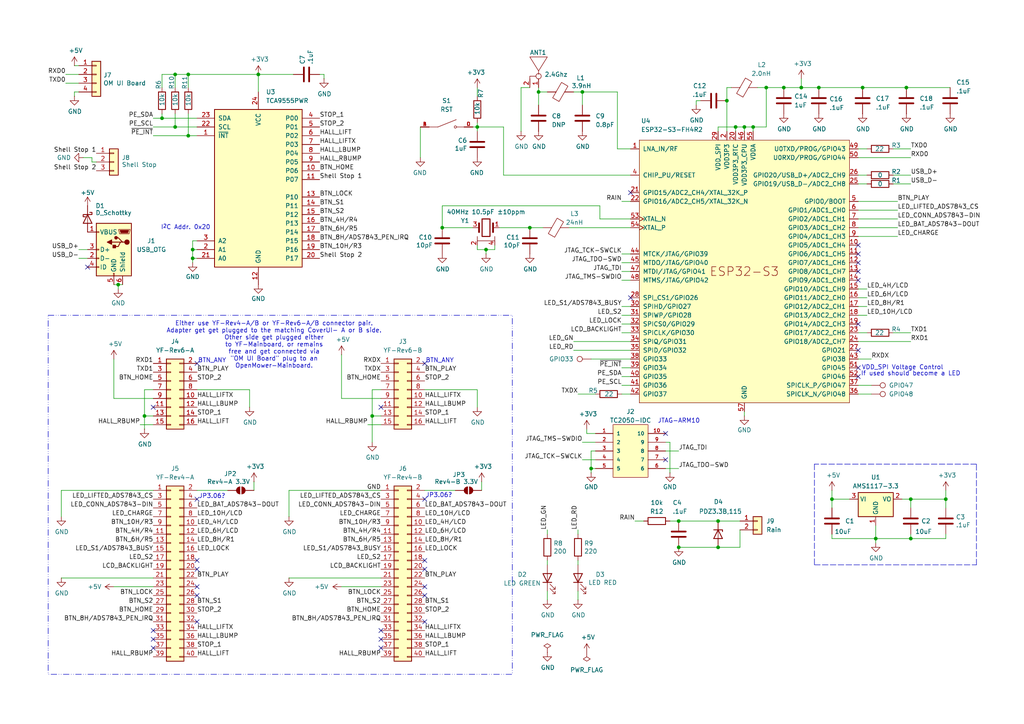
<source format=kicad_sch>
(kicad_sch (version 20231120) (generator "eeschema") (generator_version "8.0")
  (paper "A4")
  (title_block (title "YardForce Rev4-6 CoverUI-Adapter") (date "2024-11-11") (rev "0.1") (comment 1 "(C) Apehaenger 2024 <joerg@ebeling.ws>") (comment 2 "For https://openmower.de & Patrickzzz"))
  (junction (at 262.89 25.4))
  (junction (at 237.49 25.4))
  (junction (at 254 156.21))
  (junction (at 274.32 144.78))
  (junction (at 218.44 36.83))
  (junction (at 54.61 39.37))
  (junction (at 208.28 158.75))
  (junction (at 55.88 72.39))
  (junction (at 46.99 34.29))
  (junction (at 74.93 21.59))
  (junction (at 55.88 74.93))
  (junction (at 50.8 21.59))
  (junction (at 54.61 21.59))
  (junction (at 232.41 25.4))
  (junction (at 241.3 144.78))
  (junction (at 156.21 26.67))
  (junction (at 264.16 156.21))
  (junction (at 168.91 26.67))
  (junction (at 213.36 36.83))
  (junction (at 50.8 36.83))
  (junction (at 34.29 82.55))
  (junction (at 264.16 144.78))
  (junction (at 215.9 36.83))
  (junction (at 250.19 25.4))
  (junction (at 138.43 36.83))
  (junction (at 227.33 25.4))
  (junction (at 196.85 151.13))
  (junction (at 210.82 29.21))
  (junction (at 171.45 135.89))
  (junction (at 41.91 120.65))
  (junction (at 196.85 158.75))
  (junction (at 153.67 66.04))
  (junction (at 140.97 72.39))
  (junction (at 107.95 120.65))
  (junction (at 128.27 66.04))
  (junction (at 222.25 25.4))
  (junction (at 208.28 151.13))
  (no_connect (at 57.15 144.78))
  (no_connect (at 248.92 101.6))
  (no_connect (at 248.92 76.2))
  (no_connect (at 248.92 71.12))
  (no_connect (at 57.15 180.34))
  (no_connect (at 123.19 162.56))
  (no_connect (at 182.88 55.88))
  (no_connect (at 57.15 162.56))
  (no_connect (at 123.19 105.41))
  (no_connect (at 182.88 86.36))
  (no_connect (at 44.45 118.11))
  (no_connect (at 57.15 165.1))
  (no_connect (at 123.19 172.72))
  (no_connect (at 110.49 187.96))
  (no_connect (at 110.49 182.88))
  (no_connect (at 123.19 180.34))
  (no_connect (at 248.92 109.22))
  (no_connect (at 248.92 106.68))
  (no_connect (at 248.92 93.98))
  (no_connect (at 57.15 105.41))
  (no_connect (at 44.45 182.88))
  (no_connect (at 57.15 170.18))
  (no_connect (at 25.4 77.47))
  (no_connect (at 123.19 165.1))
  (no_connect (at 248.92 78.74))
  (no_connect (at 57.15 172.72))
  (no_connect (at 110.49 118.11))
  (no_connect (at 44.45 187.96))
  (no_connect (at 123.19 144.78))
  (no_connect (at 248.92 73.66))
  (no_connect (at 123.19 170.18))
  (no_connect (at 248.92 81.28))
  (no_connect (at 44.45 185.42))
  (no_connect (at 193.04 133.35))
  (no_connect (at 110.49 185.42))
  (no_connect (at 193.04 125.73))
  (wire (pts (xy 44.45 36.83) (xy 50.8 36.83)))
  (wire (pts (xy 144.78 66.04) (xy 153.67 66.04)))
  (wire (pts (xy 54.61 21.59) (xy 74.93 21.59)))
  (wire (pts (xy 248.92 53.34) (xy 251.46 53.34)))
  (wire (pts (xy 171.45 135.89) (xy 172.72 135.89)))
  (wire (pts (xy 254 156.21) (xy 264.16 156.21)))
  (wire (pts (xy 17.78 142.24) (xy 17.78 149.86)))
  (wire (pts (xy 57.15 142.24) (xy 66.04 142.24)))
  (wire (pts (xy 264.16 144.78) (xy 274.32 144.78)))
  (wire (pts (xy 215.9 36.83) (xy 215.9 38.1)))
  (wire (pts (xy 110.49 170.18) (xy 99.06 170.18)))
  (wire (pts (xy 180.34 91.44) (xy 182.88 91.44)))
  (wire (pts (xy 167.64 163.83) (xy 167.64 162.56)))
  (wire (pts (xy 252.73 104.14) (xy 248.92 104.14)))
  (wire (pts (xy 274.32 144.78) (xy 274.32 147.32)))
  (wire (pts (xy 151.13 25.4) (xy 153.67 25.4)))
  (wire (pts (xy 214.63 153.67) (xy 214.63 158.75)))
  (wire (pts (xy 106.68 123.19) (xy 110.49 123.19)))
  (wire (pts (xy 196.85 135.89) (xy 193.04 135.89)))
  (wire (pts (xy 251.46 88.9) (xy 248.92 88.9)))
  (wire (pts (xy 128.27 59.69) (xy 128.27 66.04)))
  (wire (pts (xy 248.92 43.18) (xy 251.46 43.18)))
  (wire (pts (xy 140.97 72.39) (xy 140.97 73.66)))
  (wire (pts (xy 138.43 72.39) (xy 140.97 72.39)))
  (wire (pts (xy 173.99 59.69) (xy 173.99 63.5)))
  (wire (pts (xy 22.86 26.67) (xy 21.59 26.67)))
  (wire (pts (xy 259.08 43.18) (xy 264.16 43.18)))
  (wire (pts (xy 179.07 26.67) (xy 179.07 43.18)))
  (wire (pts (xy 248.92 99.06) (xy 264.16 99.06)))
  (wire (pts (xy 171.45 104.14) (xy 182.88 104.14)))
  (wire (pts (xy 153.67 66.04) (xy 157.48 66.04)))
  (wire (pts (xy 55.88 74.93) (xy 55.88 76.2)))
  (wire (pts (xy 180.34 81.28) (xy 182.88 81.28)))
  (wire (pts (xy 248.92 45.72) (xy 264.16 45.72)))
  (wire (pts (xy 171.45 130.81) (xy 171.45 135.89)))
  (wire (pts (xy 264.16 156.21) (xy 264.16 154.94)))
  (polyline (pts (xy 236.22 163.83) (xy 283.21 163.83)) (stroke (width 0) (type dash)))
  (wire (pts (xy 254 152.4) (xy 254 156.21)))
  (wire (pts (xy 180.34 58.42) (xy 182.88 58.42)))
  (wire (pts (xy 165.1 66.04) (xy 182.88 66.04)))
  (wire (pts (xy 151.13 38.1) (xy 151.13 25.4)))
  (wire (pts (xy 232.41 25.4) (xy 237.49 25.4)))
  (wire (pts (xy 138.43 36.83) (xy 138.43 38.1)))
  (wire (pts (xy 184.15 151.13) (xy 186.69 151.13)))
  (wire (pts (xy 167.64 171.45) (xy 167.64 173.99)))
  (wire (pts (xy 41.91 120.65) (xy 44.45 120.65)))
  (wire (pts (xy 21.59 19.05) (xy 22.86 19.05)))
  (wire (pts (xy 24.13 45.72) (xy 26.67 45.72)))
  (wire (pts (xy 156.21 26.67) (xy 156.21 30.48)))
  (wire (pts (xy 146.05 36.83) (xy 146.05 50.8)))
  (wire (pts (xy 83.82 142.24) (xy 83.82 149.86)))
  (wire (pts (xy 123.19 113.03) (xy 138.43 113.03)))
  (wire (pts (xy 260.35 58.42) (xy 248.92 58.42)))
  (wire (pts (xy 241.3 144.78) (xy 241.3 147.32)))
  (wire (pts (xy 168.91 26.67) (xy 168.91 30.48)))
  (wire (pts (xy 138.43 71.12) (xy 138.43 72.39)))
  (wire (pts (xy 274.32 154.94) (xy 274.32 156.21)))
  (wire (pts (xy 170.18 124.46) (xy 170.18 125.73)))
  (wire (pts (xy 74.93 21.59) (xy 74.93 26.67)))
  (wire (pts (xy 55.88 69.85) (xy 55.88 72.39)))
  (wire (pts (xy 166.37 26.67) (xy 168.91 26.67)))
  (wire (pts (xy 26.67 46.99) (xy 27.94 46.99)))
  (wire (pts (xy 194.31 151.13) (xy 196.85 151.13)))
  (wire (pts (xy 210.82 25.4) (xy 210.82 29.21)))
  (wire (pts (xy 17.78 167.64) (xy 44.45 167.64)))
  (wire (pts (xy 260.35 68.58) (xy 248.92 68.58)))
  (wire (pts (xy 46.99 25.4) (xy 46.99 21.59)))
  (wire (pts (xy 34.29 82.55) (xy 35.56 82.55)))
  (wire (pts (xy 262.89 25.4) (xy 275.59 25.4)))
  (wire (pts (xy 19.05 24.13) (xy 22.86 24.13)))
  (wire (pts (xy 201.93 29.21) (xy 203.2 29.21)))
  (wire (pts (xy 138.43 113.03) (xy 138.43 118.11)))
  (wire (pts (xy 57.15 69.85) (xy 55.88 69.85)))
  (wire (pts (xy 41.91 113.03) (xy 41.91 120.65)))
  (wire (pts (xy 54.61 33.02) (xy 54.61 39.37)))
  (wire (pts (xy 214.63 158.75) (xy 208.28 158.75)))
  (wire (pts (xy 222.25 25.4) (xy 222.25 36.83)))
  (wire (pts (xy 26.67 45.72) (xy 26.67 46.99)))
  (wire (pts (xy 215.9 120.65) (xy 215.9 119.38)))
  (wire (pts (xy 259.08 96.52) (xy 264.16 96.52)))
  (wire (pts (xy 54.61 21.59) (xy 54.61 25.4)))
  (wire (pts (xy 274.32 142.24) (xy 274.32 144.78)))
  (wire (pts (xy 251.46 83.82) (xy 248.92 83.82)))
  (wire (pts (xy 248.92 50.8) (xy 251.46 50.8)))
  (wire (pts (xy 54.61 39.37) (xy 57.15 39.37)))
  (wire (pts (xy 40.64 123.19) (xy 44.45 123.19)))
  (wire (pts (xy 138.43 35.56) (xy 138.43 36.83)))
  (wire (pts (xy 146.05 50.8) (xy 182.88 50.8)))
  (wire (pts (xy 50.8 33.02) (xy 50.8 36.83)))
  (wire (pts (xy 219.71 25.4) (xy 222.25 25.4)))
  (wire (pts (xy 170.18 125.73) (xy 172.72 125.73)))
  (wire (pts (xy 222.25 25.4) (xy 227.33 25.4)))
  (wire (pts (xy 241.3 144.78) (xy 246.38 144.78)))
  (wire (pts (xy 110.49 113.03) (xy 107.95 113.03)))
  (polyline (pts (xy 283.21 134.62) (xy 236.22 134.62)) (stroke (width 0) (type dash)))
  (wire (pts (xy 139.7 139.7) (xy 139.7 142.24)))
  (polyline (pts (xy 236.22 134.62) (xy 236.22 163.83)) (stroke (width 0) (type dash)))
  (wire (pts (xy 218.44 38.1) (xy 218.44 36.83)))
  (wire (pts (xy 166.37 101.6) (xy 182.88 101.6)))
  (wire (pts (xy 44.45 39.37) (xy 54.61 39.37)))
  (wire (pts (xy 44.45 142.24) (xy 17.78 142.24)))
  (wire (pts (xy 140.97 72.39) (xy 143.51 72.39)))
  (wire (pts (xy 180.34 73.66) (xy 182.88 73.66)))
  (wire (pts (xy 180.34 96.52) (xy 182.88 96.52)))
  (wire (pts (xy 57.15 113.03) (xy 72.39 113.03)))
  (wire (pts (xy 55.88 74.93) (xy 57.15 74.93)))
  (wire (pts (xy 168.91 26.67) (xy 179.07 26.67)))
  (wire (pts (xy 99.06 102.87) (xy 99.06 115.57)))
  (wire (pts (xy 241.3 142.24) (xy 241.3 144.78)))
  (wire (pts (xy 50.8 21.59) (xy 50.8 25.4)))
  (wire (pts (xy 158.75 154.94) (xy 158.75 153.67)))
  (wire (pts (xy 19.05 21.59) (xy 22.86 21.59)))
  (wire (pts (xy 172.72 114.3) (xy 167.64 114.3)))
  (wire (pts (xy 208.28 36.83) (xy 213.36 36.83)))
  (wire (pts (xy 158.75 171.45) (xy 158.75 173.99)))
  (wire (pts (xy 180.34 111.76) (xy 182.88 111.76)))
  (wire (pts (xy 179.07 43.18) (xy 182.88 43.18)))
  (wire (pts (xy 50.8 21.59) (xy 54.61 21.59)))
  (wire (pts (xy 93.98 21.59) (xy 92.71 21.59)))
  (wire (pts (xy 46.99 33.02) (xy 46.99 34.29)))
  (wire (pts (xy 248.92 96.52) (xy 251.46 96.52)))
  (wire (pts (xy 167.64 154.94) (xy 167.64 153.67)))
  (wire (pts (xy 248.92 114.3) (xy 252.73 114.3)))
  (wire (pts (xy 194.31 128.27) (xy 194.31 137.16)))
  (wire (pts (xy 222.25 36.83) (xy 218.44 36.83)))
  (wire (pts (xy 143.51 72.39) (xy 143.51 71.12)))
  (wire (pts (xy 251.46 86.36) (xy 248.92 86.36)))
  (wire (pts (xy 173.99 63.5) (xy 182.88 63.5)))
  (wire (pts (xy 33.02 170.18) (xy 44.45 170.18)))
  (wire (pts (xy 260.35 66.04) (xy 248.92 66.04)))
  (wire (pts (xy 261.62 144.78) (xy 264.16 144.78)))
  (wire (pts (xy 241.3 156.21) (xy 241.3 154.94)))
  (wire (pts (xy 166.37 99.06) (xy 182.88 99.06)))
  (wire (pts (xy 74.93 21.59) (xy 85.09 21.59)))
  (wire (pts (xy 73.66 139.7) (xy 73.66 142.24)))
  (wire (pts (xy 264.16 156.21) (xy 274.32 156.21)))
  (polyline (pts (xy 283.21 163.83) (xy 283.21 134.62)) (stroke (width 0) (type dash)))
  (wire (pts (xy 264.16 147.32) (xy 264.16 144.78)))
  (wire (pts (xy 180.34 114.3) (xy 182.88 114.3)))
  (wire (pts (xy 22.86 74.93) (xy 25.4 74.93)))
  (wire (pts (xy 208.28 151.13) (xy 214.63 151.13)))
  (wire (pts (xy 196.85 151.13) (xy 208.28 151.13)))
  (wire (pts (xy 137.16 36.83) (xy 138.43 36.83)))
  (wire (pts (xy 180.34 109.22) (xy 182.88 109.22)))
  (wire (pts (xy 260.35 60.96) (xy 248.92 60.96)))
  (wire (pts (xy 99.06 115.57) (xy 110.49 115.57)))
  (wire (pts (xy 46.99 21.59) (xy 50.8 21.59)))
  (wire (pts (xy 196.85 158.75) (xy 208.28 158.75)))
  (wire (pts (xy 158.75 163.83) (xy 158.75 162.56)))
  (wire (pts (xy 33.02 115.57) (xy 44.45 115.57)))
  (wire (pts (xy 237.49 25.4) (xy 250.19 25.4)))
  (wire (pts (xy 210.82 29.21) (xy 210.82 38.1)))
  (wire (pts (xy 22.86 72.39) (xy 25.4 72.39)))
  (wire (pts (xy 171.45 137.16) (xy 171.45 135.89)))
  (wire (pts (xy 107.95 120.65) (xy 110.49 120.65)))
  (wire (pts (xy 168.91 133.35) (xy 172.72 133.35)))
  (wire (pts (xy 34.29 82.55) (xy 34.29 83.82)))
  (wire (pts (xy 156.21 26.67) (xy 158.75 26.67)))
  (wire (pts (xy 44.45 34.29) (xy 46.99 34.29)))
  (wire (pts (xy 232.41 22.86) (xy 232.41 25.4)))
  (wire (pts (xy 213.36 36.83) (xy 215.9 36.83)))
  (wire (pts (xy 93.98 22.86) (xy 93.98 21.59)))
  (wire (pts (xy 121.92 45.72) (xy 121.92 36.83)))
  (wire (pts (xy 72.39 113.03) (xy 72.39 118.11)))
  (wire (pts (xy 41.91 120.65) (xy 41.91 124.46)))
  (wire (pts (xy 251.46 91.44) (xy 248.92 91.44)))
  (wire (pts (xy 107.95 113.03) (xy 107.95 120.65)))
  (wire (pts (xy 21.59 26.67) (xy 21.59 27.94)))
  (wire (pts (xy 55.88 72.39) (xy 55.88 74.93)))
  (wire (pts (xy 196.85 130.81) (xy 193.04 130.81)))
  (wire (pts (xy 123.19 142.24) (xy 132.08 142.24)))
  (wire (pts (xy 260.35 63.5) (xy 248.92 63.5)))
  (wire (pts (xy 172.72 130.81) (xy 171.45 130.81)))
  (wire (pts (xy 168.91 128.27) (xy 172.72 128.27)))
  (wire (pts (xy 55.88 72.39) (xy 57.15 72.39)))
  (wire (pts (xy 156.21 26.67) (xy 156.21 25.4)))
  (wire (pts (xy 208.28 38.1) (xy 208.28 36.83)))
  (wire (pts (xy 138.43 36.83) (xy 146.05 36.83)))
  (wire (pts (xy 138.43 25.4) (xy 138.43 27.94)))
  (wire (pts (xy 213.36 38.1) (xy 213.36 36.83)))
  (wire (pts (xy 254 156.21) (xy 254 157.48)))
  (wire (pts (xy 128.27 59.69) (xy 173.99 59.69)))
  (wire (pts (xy 264.16 50.8) (xy 259.08 50.8)))
  (wire (pts (xy 128.27 66.04) (xy 137.16 66.04)))
  (wire (pts (xy 33.02 82.55) (xy 34.29 82.55)))
  (wire (pts (xy 210.82 25.4) (xy 212.09 25.4)))
  (wire (pts (xy 227.33 25.4) (xy 232.41 25.4)))
  (wire (pts (xy 264.16 53.34) (xy 259.08 53.34)))
  (wire (pts (xy 180.34 93.98) (xy 182.88 93.98)))
  (wire (pts (xy 50.8 36.83) (xy 57.15 36.83)))
  (wire (pts (xy 248.92 111.76) (xy 252.73 111.76)))
  (wire (pts (xy 193.04 128.27) (xy 194.31 128.27)))
  (wire (pts (xy 201.93 30.48) (xy 201.93 29.21)))
  (wire (pts (xy 218.44 36.83) (xy 215.9 36.83)))
  (wire (pts (xy 180.34 76.2) (xy 182.88 76.2)))
  (wire (pts (xy 46.99 34.29) (xy 57.15 34.29)))
  (wire (pts (xy 83.82 142.24) (xy 110.49 142.24)))
  (wire (pts (xy 180.34 106.68) (xy 182.88 106.68)))
  (wire (pts (xy 241.3 156.21) (xy 254 156.21)))
  (wire (pts (xy 180.34 88.9) (xy 182.88 88.9)))
  (wire (pts (xy 83.82 167.64) (xy 110.49 167.64)))
  (wire (pts (xy 180.34 78.74) (xy 182.88 78.74)))
  (wire (pts (xy 33.02 104.14) (xy 33.02 115.57)))
  (wire (pts (xy 107.95 120.65) (xy 107.95 128.27)))
  (wire (pts (xy 44.45 113.03) (xy 41.91 113.03)))
  (wire (pts (xy 250.19 25.4) (xy 262.89 25.4)))
  (rectangle (start 13.97 91.44) (end 148.59 195.58) (stroke (width 0) (type dash_dot_dot)))
  (text "VDD_SPI Voltage Control" (at 249.936 106.68 0) (effects (font (size 1.27 1.27)) (justify left)))
  (text "If used should become a LED" (at 249.682 108.458 0) (effects (font (size 1.27 1.27)) (justify left)))
  (text "JTAG-ARM10" (at 190.754 122.174 0) (effects (font (size 1.27 1.27)) (justify left)))
  (text "BTN_ANY" (at 123.444 104.648 0) (effects (font (size 1.27 1.27)) (justify left)))
  (text "JP3.06?" (at 123.444 143.764 0) (effects (font (size 1.27 1.27)) (justify left)))
  (text "JP3.06?" (at 57.658 144.018 0) (effects (font (size 1.27 1.27)) (justify left)))
  (text "BTN_ANY" (at 57.404 104.648 0) (effects (font (size 1.27 1.27)) (justify left)))
  (text "Either use YF-Rev4-A/B or YF-Rev6-A/B connector pair.\nAdapter get get plugged to the matching CoverUI- A or B side.\nOther side get plugged either\nto YF-Mainboard, or remains\nfree and get connected via\n\"OM UI Board\" plug to an\nOpenMower-Mainboard.\n" (at 79.502 100.076 0) (effects (font (size 1.27 1.27))))
  (text "I^{2}C Addr. 0x20" (at 53.848 66.04 0) (effects (font (size 1.27 1.27))))
  (label "BTN_4H{slash}R4" (at 92.71 64.77 0))
  (label "LED_LIFTED_ADS7843_CS" (at 110.49 144.78 180))
  (label "LED_4H{slash}LCD" (at 57.15 152.4 0))
  (label "STOP_2" (at 123.19 110.49 0))
  (label "BTN_6H{slash}R5" (at 92.71 67.31 0))
  (label "LED_LOCK" (at 180.34 93.98 180))
  (label "STOP_2" (at 92.71 36.83 0))
  (label "STOP_2" (at 57.15 110.49 0))
  (label "BTN_PLAY" (at 57.15 167.64 0))
  (label "LED_RD" (at 167.64 153.67 90))
  (label "HALL_LIFTX" (at 123.19 182.88 0))
  (label "HALL_RBUMP" (at 92.71 46.99 0))
  (label "LED_8H{slash}R1" (at 123.19 157.48 0))
  (label "JTAG_TDI" (at 196.85 130.81 0))
  (label "JTAG_TDO-SWD" (at 180.34 76.2 180))
  (label "BTN_S1" (at 57.15 175.26 0))
  (label "LED_S1{slash}ADS7843_BUSY" (at 44.45 160.02 180))
  (label "LED_LIFTED_ADS7843_CS" (at 260.35 60.96 0))
  (label "LCD_BACKLIGHT" (at 180.34 96.52 180))
  (label "LED_S1{slash}ADS7843_BUSY" (at 110.49 160.02 180))
  (label "LED_4H{slash}LCD" (at 251.46 83.82 0))
  (label "TXD1" (at 264.16 96.52 0))
  (label "USB_D-" (at 22.86 74.93 180))
  (label "BTN_PLAY" (at 123.19 107.95 0))
  (label "HALL_LBUMP" (at 92.71 44.45 0))
  (label "USB_D+" (at 22.86 72.39 180))
  (label "LED_CONN_ADS7843-DIN" (at 110.49 147.32 180))
  (label "HALL_LBUMP" (at 57.15 118.11 0))
  (label "Shell Stop 2" (at 27.94 49.53 180))
  (label "HALL_LBUMP" (at 123.19 118.11 0))
  (label "LED_LOCK" (at 123.19 160.02 0))
  (label "LED_S2" (at 110.49 162.56 180))
  (label "TXD0" (at 19.05 24.13 180))
  (label "JTAG_TDI" (at 180.34 78.74 180))
  (label "PE_SDA" (at 44.45 34.29 180))
  (label "HALL_LIFTX" (at 92.71 41.91 0))
  (label "BTN_S2" (at 110.49 175.26 180))
  (label "HALL_LBUMP" (at 57.15 185.42 0))
  (label "BTN_8H{slash}ADS7843_PEN_IRQ" (at 44.45 180.34 180))
  (label "HALL_LIFT" (at 92.71 39.37 0))
  (label "BTN_PLAY" (at 57.15 107.95 0))
  (label "Shell Stop 1" (at 92.71 52.07 0))
  (label "STOP_1" (at 92.71 34.29 0))
  (label "JTAG_TCK-SWCLK" (at 168.91 133.35 180))
  (label "JTAG_TMS-SWDIO" (at 180.34 81.28 180))
  (label "JTAG_TDO-SWD" (at 196.85 135.89 0))
  (label "LED_S1{slash}ADS7843_BUSY" (at 180.34 88.9 180))
  (label "PE_SCL" (at 44.45 36.83 180))
  (label "RXD1" (at 44.45 105.41 180))
  (label "HALL_LIFT" (at 57.15 190.5 0))
  (label "LED_4H{slash}LCD" (at 123.19 152.4 0))
  (label "BTN_6H{slash}R5" (at 44.45 157.48 180))
  (label "LED_S2" (at 44.45 162.56 180))
  (label "HALL_RBUMP" (at 106.68 123.19 180))
  (label "USB_D+" (at 264.16 50.8 0))
  (label "TXDX" (at 110.49 107.95 180))
  (label "TXD0" (at 264.16 43.18 0))
  (label "LED_BAT_ADS7843-DOUT" (at 123.19 147.32 0))
  (label "BTN_S2" (at 44.45 175.26 180))
  (label "BTN_10H{slash}R3" (at 92.71 72.39 0))
  (label "Shell Stop 1" (at 27.94 44.45 180))
  (label "HALL_LIFT" (at 123.19 123.19 0))
  (label "~{PE_INT}" (at 44.45 39.37 180))
  (label "RXD1" (at 264.16 99.06 0))
  (label "BTN_HOME" (at 44.45 110.49 180))
  (label "LED_S2" (at 180.34 91.44 180))
  (label "STOP_1" (at 123.19 120.65 0))
  (label "LED_RD" (at 166.37 101.6 180))
  (label "LED_10H{slash}LCD" (at 123.19 149.86 0))
  (label "STOP_1" (at 57.15 187.96 0))
  (label "HALL_LIFTX" (at 123.19 115.57 0))
  (label "BTN_LOCK" (at 110.49 172.72 180))
  (label "HALL_LIFT" (at 123.19 190.5 0))
  (label "BTN_10H{slash}R3" (at 44.45 152.4 180))
  (label "LED_8H{slash}R1" (at 251.46 88.9 0))
  (label "BTN_10H{slash}R3" (at 110.49 152.4 180))
  (label "STOP_2" (at 57.15 177.8 0))
  (label "LED_CHARGE" (at 260.35 68.58 0))
  (label "RXDX" (at 252.73 104.14 0))
  (label "RAIN" (at 180.34 58.42 180))
  (label "BTN_8H{slash}ADS7843_PEN_IRQ" (at 92.71 69.85 0))
  (label "HALL_LIFTX" (at 57.15 182.88 0))
  (label "BTN_4H{slash}R4" (at 44.45 154.94 180))
  (label "LED_6H{slash}LCD" (at 57.15 154.94 0))
  (label "LED_BAT_ADS7843-DOUT" (at 260.35 66.04 0))
  (label "BTN_S1" (at 123.19 175.26 0))
  (label "~{PE_INT}" (at 180.34 106.68 180))
  (label "LED_CONN_ADS7843-DIN" (at 44.45 147.32 180))
  (label "LED_6H{slash}LCD" (at 123.19 154.94 0))
  (label "LED_8H{slash}R1" (at 57.15 157.48 0))
  (label "LED_CONN_ADS7843-DIN" (at 260.35 63.5 0))
  (label "STOP_1" (at 123.19 187.96 0))
  (label "HALL_LIFTX" (at 57.15 115.57 0))
  (label "HALL_LIFT" (at 57.15 123.19 0))
  (label "RXDX" (at 110.49 105.41 180))
  (label "BTN_HOME" (at 110.49 177.8 180))
  (label "RXD0" (at 19.05 21.59 180))
  (label "BTN_6H{slash}R5" (at 110.49 157.48 180))
  (label "STOP_1" (at 57.15 120.65 0))
  (label "LED_GN" (at 158.75 153.67 90))
  (label "LED_10H{slash}LCD" (at 251.46 91.44 0))
  (label "BTN_HOME" (at 110.49 110.49 180))
  (label "Shell Stop 2" (at 92.71 74.93 0))
  (label "LED_CHARGE" (at 44.45 149.86 180))
  (label "USB_D-" (at 264.16 53.34 0))
  (label "BTN_PLAY" (at 123.19 167.64 0))
  (label "HALL_LBUMP" (at 123.19 185.42 0))
  (label "LED_LOCK" (at 57.15 160.02 0))
  (label "LED_CHARGE" (at 110.49 149.86 180))
  (label "LED_GN" (at 166.37 99.06 180))
  (label "HALL_RBUMP" (at 110.49 190.5 180))
  (label "RAIN" (at 184.15 151.13 180))
  (label "BTN_S2" (at 92.71 62.23 0))
  (label "LED_LIFTED_ADS7843_CS" (at 44.45 144.78 180))
  (label "BTN_HOME" (at 92.71 49.53 0))
  (label "LED_BAT_ADS7843-DOUT" (at 57.15 147.32 0))
  (label "LED_10H{slash}LCD" (at 57.15 149.86 0))
  (label "TXDX" (at 167.64 114.3 180))
  (label "HALL_RBUMP" (at 40.64 123.19 180))
  (label "STOP_2" (at 123.19 177.8 0))
  (label "GND" (at 110.49 142.24 180))
  (label "PE_SCL" (at 180.34 111.76 180))
  (label "RXD0" (at 264.16 45.72 0))
  (label "BTN_LOCK" (at 44.45 172.72 180))
  (label "PE_SDA" (at 180.34 109.22 180))
  (label "JTAG_TMS-SWDIO" (at 168.91 128.27 180))
  (label "LCD_BACKLIGHT" (at 110.49 165.1 180))
  (label "HALL_RBUMP" (at 44.45 190.5 180))
  (label "TXD1" (at 44.45 107.95 180))
  (label "JTAG_TCK-SWCLK" (at 180.34 73.66 180))
  (label "LCD_BACKLIGHT" (at 44.45 165.1 180))
  (label "BTN_HOME" (at 44.45 177.8 180))
  (label "LED_6H{slash}LCD" (at 251.46 86.36 0))
  (label "BTN_LOCK" (at 92.71 57.15 0))
  (label "BTN_8H{slash}ADS7843_PEN_IRQ" (at 110.49 180.34 180))
  (label "BTN_S1" (at 92.71 59.69 0))
  (label "BTN_4H{slash}R4" (at 110.49 154.94 180))
  (label "BTN_PLAY" (at 260.35 58.42 0))
  (symbol (lib_name "GND_14") (lib_id "power:GND") (at 158.75 189.23 0) (unit 1)
    (property "Reference" "#PWR022" (effects (hide yes)))
    (property "Value" "GND" (at 158.877 193.6242 0))
    (property "Description" "Power symbol creates a global label with name \"GND\" , ground" (effects (hide yes)))
  )
  (symbol (lib_id "Device:R") (at 255.27 50.8 90) (unit 1)
    (property "Reference" "R2" (at 258.572 49.784 90) (effects (justify right)))
    (property "Value" "0" (at 255.27 50.8 90))
    (property "Footprint" "Resistor_SMD:R_0402_1005Metric" (effects (hide yes)))
    (property "Description" "62.5mW Thick Film Resistors 50V ±800ppm/℃ ±1% 0Ω" (effects (hide yes)))
    (property "LCSC" "C17168" (effects (hide yes)))
  )
  (symbol (lib_id "Crystal_SMD:XRCGB40M000F4M02R0") (at 140.97 66.04 0) (mirror y) (unit 1)
    (property "Reference" "Y1" (at 134.874 64.008 0))
    (property "Value" "40MHz 10.5pF ±10ppm" (at 140.97 61.468 0))
    (property "Footprint" "Crystal:Crystal_SMD_2016-4Pin_2.0x1.6mm" (effects (hide yes)))
    (property "Description" "40MHz 10.5pF ±10ppm ±20ppm SMD2016-4P" (effects (hide yes)))
    (property "MF" "KYX" (effects (hide yes)))
    (property "MF Part" "K2B4000010510" (effects (hide yes)))
    (property "LCSC" "C18209006" (effects (hide yes)))
  )
  (symbol (lib_name "GND_3") (lib_id "power:GND") (at 17.78 167.64 0) (unit 1)
    (property "Reference" "#PWR019" (effects (hide yes)))
    (property "Value" "GND" (at 17.907 172.0342 0))
    (property "Description" "Power symbol creates a global label with name \"GND\" , ground" (effects (hide yes)))
  )
  (symbol (lib_id "power:+3.3V") (at 73.66 139.7 0) (unit 1)
    (property "Reference" "#PWR015" (effects (hide yes)))
    (property "Value" "+3V3" (at 74.041 135.3058 0))
    (property "Description" "Power symbol creates a global label with name \"+3.3V\"" (effects (hide yes)))
  )
  (symbol (lib_id "Device:R") (at 190.5 151.13 90) (mirror x) (unit 1)
    (property "Reference" "R12" (at 190.5 148.336 90))
    (property "Value" "10k" (at 190.5 145.796 90))
    (property "Footprint" "Resistor_SMD:R_0603_1608Metric" (effects (hide yes)))
    (property "Description" "100mW Thick Film Resistors 75V ±100ppm/℃ ±1% 10kΩ" (effects (hide yes)))
    (property "JLC" "C25744" (effects (hide yes)))
    (property "LCSC" "C25804" (effects (hide yes)))
  )
  (symbol (lib_name "+5V_2") (lib_id "power:+5V") (at 33.02 170.18 90) (unit 1)
    (property "Reference" "#PWR016" (effects (hide yes)))
    (property "Value" "+5V" (at 27.432 170.18 90))
    (property "Description" "Power symbol creates a global label with name \"+5V\"" (effects (hide yes)))
  )
  (symbol (lib_name "GND_1") (lib_id "power:GND") (at 215.9 120.65 0) (unit 1)
    (property "Reference" "#PWR039" (effects (hide yes)))
    (property "Value" "GND" (at 215.9 124.714 0))
    (property "Description" "Power symbol creates a global label with name \"GND\" , ground" (effects (hide yes)))
  )
  (symbol (lib_id "Device:FerriteBead") (at 215.9 25.4 90) (unit 1)
    (property "Reference" "L2" (at 219.71 18.796 90) (effects (justify right)))
    (property "Value" "2.0nH" (at 217.932 21.336 90) (effects (justify right)))
    (property "Footprint" "Inductor_SMD:L_0402_1005Metric" (effects (hide yes)))
    (property "Description" "300mA 2nH 200mΩ" (effects (hide yes)))
    (property "LCSC" "C963978" (effects (hide yes)))
  )
  (symbol (lib_id "power:GND") (at 275.59 33.02 0) (unit 1)
    (property "Reference" "#PWR046" (effects (hide yes)))
    (property "Value" "GND" (at 275.717 37.4142 0))
    (property "Description" "Power symbol creates a global label with name \"GND\" , ground" (effects (hide yes)))
  )
  (symbol (lib_name "+5V_3") (lib_id "power:+5V") (at 99.06 102.87 0) (unit 1)
    (property "Reference" "#PWR0102" (effects (hide yes)))
    (property "Value" "+5V" (at 99.441 98.4758 0))
    (property "Description" "Power symbol creates a global label with name \"+5V\"" (effects (hide yes)))
  )
  (symbol (lib_id "Connector_Generic:Conn_01x03") (at 33.02 46.99 0) (unit 1)
    (property "Reference" "J8" (at 35.306 45.72 0) (effects (justify left)))
    (property "Value" "Shell Stop" (at 35.306 47.752 0) (effects (justify left)))
    (property "Footprint" "Connector_JST:JST_XH_B3B-XH-A_1x03_P2.50mm_Vertical" (effects (hide yes)))
    (property "Description" "Generic connector, single row, 01x03, script generated (kicad-library-utils/schlib/autogen/connector/)" (effects (hide yes)))
    (property "Part Number" "B3B-XH-A(LF)(SN)" (effects (hide yes)))
    (property "Stock_PN" "J-JST-XH-1x3" (effects (hide yes)))
    (property "LCSC" "C144394" (effects (hide yes)))
  )
  (symbol (lib_id "Connector_Generic:Conn_02x20_Odd_Even") (at 115.57 165.1 0) (unit 1)
    (property "Reference" "J6" (at 116.84 135.89 0))
    (property "Value" "YF-Rev4-B" (at 116.84 138.43 0))
    (property "Footprint" "libs:IDC-Hybrid_2x20_P2.54mm_Latch_Vertical" (effects (hide yes)))
    (property "Description" "40 Position Header Connector 0.100\" (2.54mm) Through Hole Gold" (effects (hide yes)))
    (property "DigiKey" "SFH11-PBPC-D20-ST-BK" (effects (hide yes)))
    (property "LCSC" "C5909928" (effects (hide yes)))
  )
  (symbol (lib_id "Device:C") (at 207.01 29.21 90) (unit 1)
    (property "Reference" "C12" (at 202.946 24.892 90))
    (property "Value" ".1uF" (at 202.946 27.432 90))
    (property "Footprint" "Capacitor_SMD:C_0402_1005Metric" (effects (hide yes)))
    (property "Description" "16V 100nF X7R ±10% 0402 Multilayer Ceramic Capacitors MLCC" (effects (hide yes)))
    (property "LCSC" "C1525" (effects (hide yes)))
  )
  (symbol (lib_id "power:+3.3V") (at 74.93 21.59 0) (unit 1)
    (property "Reference" "#PWR032" (effects (hide yes)))
    (property "Value" "+3V3" (at 75.311 17.1958 0))
    (property "Description" "Power symbol creates a global label with name \"+3.3V\"" (effects (hide yes)))
  )
  (symbol (lib_id "Device:R") (at 158.75 158.75 0) (unit 1)
    (property "Reference" "R8" (at 160.528 157.5816 0) (effects (justify left)))
    (property "Value" "200	" (at 160.528 159.893 0) (effects (justify left)))
    (property "Footprint" "Resistor_SMD:R_0603_1608Metric" (effects (hide yes)))
    (property "Description" "100mW Thick Film Resistors 75V ±100ppm/℃ ±1% 200Ω" (effects (hide yes)))
    (property "LCSC" "C8218" (effects (hide yes)))
  )
  (symbol (lib_id "power:+3.3V") (at 274.32 142.24 0) (unit 1)
    (property "Reference" "#PWR05" (effects (hide yes)))
    (property "Value" "+3V3" (at 274.701 137.8458 0))
    (property "Description" "Power symbol creates a global label with name \"+3.3V\"" (effects (hide yes)))
  )
  (symbol (lib_id "Connector_Generic:Conn_02x08_Odd_Even") (at 115.57 113.03 0) (unit 1)
    (property "Reference" "J3" (at 116.84 99.06 0))
    (property "Value" "YF-Rev6-B" (at 116.84 101.6 0))
    (property "Footprint" "libs:IDC-Hybrid_2x08_P2.54mm_Latch_Vertical" (effects (hide yes)))
    (property "Description" "16 Position Header Connector 0.100\" (2.54mm) Through Hole Gold" (effects (hide yes)))
    (property "DigiKey" "S9196-ND" (effects (hide yes)))
    (property "LCSC" "C3320355 / C601981" (effects (hide yes)))
  )
  (symbol (lib_id "Connector_Generic:Conn_02x20_Odd_Even") (at 49.53 165.1 0) (unit 1)
    (property "Reference" "J5" (at 50.8 135.89 0))
    (property "Value" "YF-Rev4-A" (at 50.8 138.43 0))
    (property "Footprint" "libs:IDC-Hybrid_2x20_P2.54mm_Latch_Vertical" (effects (hide yes)))
    (property "Description" "40 Position Header Connector 0.100\" (2.54mm) Through Hole Gold" (effects (hide yes)))
    (property "DigiKey" "SFH11-PBPC-D20-ST-BK" (effects (hide yes)))
    (property "LCSC" "C5909928 / C3029524" (effects (hide yes)))
  )
  (symbol (lib_name "GND_6") (lib_id "power:GND") (at 83.82 167.64 0) (unit 1)
    (property "Reference" "#PWR018" (effects (hide yes)))
    (property "Value" "GND" (at 83.947 172.0342 0))
    (property "Description" "Power symbol creates a global label with name \"GND\" , ground" (effects (hide yes)))
  )
  (symbol (lib_id "Device:C") (at 196.85 154.94 0) (unit 1)
    (property "Reference" "C4" (at 195.072 145.796 0) (effects (justify left)))
    (property "Value" ".1uF" (at 195.072 148.336 0) (effects (justify left)))
    (property "Footprint" "Capacitor_SMD:C_0402_1005Metric" (effects (hide yes)))
    (property "Description" "16V 100nF X7R ±10% 0402 Multilayer Ceramic Capacitors MLCC" (effects (hide yes)))
    (property "JLC" "C307331" (effects (hide yes)))
    (property "LCSC" "C1525" (effects (hide yes)))
  )
  (symbol (lib_id "Device:FerriteBead") (at 162.56 26.67 90) (unit 1)
    (property "Reference" "L1" (at 168.402 22.606 90))
    (property "Value" "3.9nH" (at 168.656 24.892 90))
    (property "Footprint" "Inductor_SMD:L_0402_1005Metric" (effects (hide yes)))
    (property "Description" "3.9nH 0402 Inductors" (effects (hide yes)))
    (property "LCSC" "C370223" (effects (hide yes)))
  )
  (symbol (lib_id "PCB_Antenna:PCB_Trace24") (at 156.21 17.78 0) (unit 1) (in_bom no)
    (property "Reference" "ANT1" (at 153.67 15.24 0) (effects (justify left)))
    (property "Value" "2.4Ghz" (at 161.29 21.59 0))
    (property "Footprint" "libs:PCB_Antenna_2.4GHz_Left" (effects (hide yes)))
  )
  (symbol (lib_id "power:+5V") (at 170.18 189.23 0) (unit 1)
    (property "Reference" "#PWR02" (effects (hide yes)))
    (property "Value" "+5V" (at 170.561 184.8358 0))
    (property "Description" "Power symbol creates a global label with name \"+5V\"" (effects (hide yes)))
  )
  (symbol (lib_id "power:GND") (at 262.89 33.02 0) (unit 1)
    (property "Reference" "#PWR049" (effects (hide yes)))
    (property "Value" "GND" (at 263.017 37.4142 0))
    (property "Description" "Power symbol creates a global label with name \"GND\" , ground" (effects (hide yes)))
  )
  (symbol (lib_name "GND_1") (lib_id "power:GND") (at 74.93 82.55 0) (unit 1)
    (property "Reference" "#PWR031" (effects (hide yes)))
    (property "Value" "GND" (at 74.93 86.614 0))
    (property "Description" "Power symbol creates a global label with name \"GND\" , ground" (effects (hide yes)))
  )
  (symbol (lib_id "Connector_Generic:Conn_01x02") (at 219.71 151.13 0) (unit 1)
    (property "Reference" "J9" (at 222.25 151.1299 0) (effects (justify left)))
    (property "Value" "Rain" (at 222.25 153.6699 0) (effects (justify left)))
    (property "Footprint" "Connector_JST:JST_XH_B2B-XH-A_1x02_P2.50mm_Vertical" (effects (hide yes)))
    (property "Digikey" "455-2946-ND" (effects (hide yes)))
    (property "Part Number" "B2B-XH-A-GU" (effects (hide yes)))
    (property "Stock_PN" "J-JST-XH-1x2" (effects (hide yes)))
    (property "LCSC" "C2910525" (effects (hide yes)))
  )
  (symbol (lib_id "Device:C") (at 227.33 29.21 0) (unit 1)
    (property "Reference" "C14" (at 230.378 27.94 0) (effects (justify left)))
    (property "Value" "1uF" (at 230.378 30.48 0) (effects (justify left)))
    (property "Footprint" "Capacitor_SMD:C_0402_1005Metric" (effects (hide yes)))
    (property "Description" "25V 1uF X5R ±10%" (effects (hide yes)))
    (property "LCSC" "C52923" (effects (hide yes)))
  )
  (symbol (lib_name "GND_1") (lib_id "power:GND") (at 55.88 76.2 0) (unit 1)
    (property "Reference" "#PWR030" (effects (hide yes)))
    (property "Value" "GND" (at 55.88 80.264 0))
    (property "Description" "Power symbol creates a global label with name \"GND\" , ground" (effects (hide yes)))
  )
  (symbol (lib_id "Device:C") (at 275.59 29.21 0) (unit 1)
    (property "Reference" "C15" (at 277.368 23.876 0) (effects (justify left)))
    (property "Value" ".1uF" (at 277.368 26.416 0) (effects (justify left)))
    (property "Footprint" "Capacitor_SMD:C_0402_1005Metric" (effects (hide yes)))
    (property "Description" "16V 100nF X7R ±10% 0402 Multilayer Ceramic Capacitors MLCC" (effects (hide yes)))
    (property "LCSC" "C1525" (effects (hide yes)))
  )
  (symbol (lib_id "Device:C") (at 88.9 21.59 90) (unit 1)
    (property "Reference" "C7" (at 87.7316 18.669 0) (effects (justify left)))
    (property "Value" ".1uF" (at 90.043 18.669 0) (effects (justify left)))
    (property "Footprint" "Capacitor_SMD:C_0402_1005Metric" (effects (hide yes)))
    (property "Description" "16V 100nF X7R ±10% 0402 Multilayer Ceramic Capacitors MLCC" (effects (hide yes)))
    (property "Stock_PN" "C-402-.1uF-16V-X7R" (effects (hide yes)))
    (property "LCSC" "C1525" (effects (hide yes)))
  )
  (symbol (lib_id "power:GND") (at 140.97 73.66 0) (unit 1)
    (property "Reference" "#PWR036" (effects (hide yes)))
    (property "Value" "GND" (at 141.097 78.0542 0))
    (property "Description" "Power symbol creates a global label with name \"GND\" , ground" (effects (hide yes)))
  )
  (symbol (lib_name "GND_1") (lib_id "power:GND") (at 194.31 137.16 0) (unit 1)
    (property "Reference" "#PWR052" (effects (hide yes)))
    (property "Value" "GND" (at 194.31 141.224 0))
    (property "Description" "Power symbol creates a global label with name \"GND\" , ground" (effects (hide yes)))
  )
  (symbol (lib_id "power:PWR_FLAG") (at 170.18 189.23 180) (unit 1)
    (property "Reference" "#FLG01" (effects (hide yes)))
    (property "Value" "PWR_FLAG" (at 170.18 194.31 0))
    (property "Description" "Special symbol for telling ERC where power comes from" (effects (hide yes)))
  )
  (symbol (lib_name "+5V_4") (lib_id "power:+5V") (at 99.06 170.18 90) (unit 1)
    (property "Reference" "#PWR017" (effects (hide yes)))
    (property "Value" "+5V" (at 93.218 170.18 90))
    (property "Description" "Power symbol creates a global label with name \"+5V\"" (effects (hide yes)))
  )
  (symbol (lib_name "+3.3V_1") (lib_id "power:+3.3V") (at 170.18 124.46 0) (unit 1)
    (property "Reference" "#PWR011" (effects (hide yes)))
    (property "Value" "+3V3" (at 170.561 120.0658 0))
    (property "Description" "Power symbol creates a global label with name \"+3.3V\"" (effects (hide yes)))
  )
  (symbol (lib_name "GND_7") (lib_id "power:GND") (at 254 157.48 0) (unit 1)
    (property "Reference" "#PWR04" (effects (hide yes)))
    (property "Value" "GND" (at 254.127 161.8742 0))
    (property "Description" "Power symbol creates a global label with name \"GND\" , ground" (effects (hide yes)))
  )
  (symbol (lib_id "Device:R") (at 54.61 29.21 180) (unit 1)
    (property "Reference" "R11" (at 53.594 25.908 90) (effects (justify right)))
    (property "Value" "10k" (at 54.61 28.956 90))
    (property "Footprint" "Resistor_SMD:R_0603_1608Metric" (effects (hide yes)))
    (property "Description" "100mW Thick Film Resistors 75V ±100ppm/℃ ±1% 10kΩ" (effects (hide yes)))
    (property "LCSC" "C25804" (effects (hide yes)))
  )
  (symbol (lib_name "GND_1") (lib_id "power:GND") (at 34.29 83.82 0) (unit 1)
    (property "Reference" "#PWR021" (effects (hide yes)))
    (property "Value" "GND" (at 34.29 87.884 0))
    (property "Description" "Power symbol creates a global label with name \"GND\" , ground" (effects (hide yes)))
  )
  (symbol (lib_id "Device:R") (at 167.64 158.75 0) (unit 1)
    (property "Reference" "R9" (at 169.418 157.5816 0) (effects (justify left)))
    (property "Value" "220" (at 169.418 159.893 0) (effects (justify left)))
    (property "Footprint" "Resistor_SMD:R_0603_1608Metric" (effects (hide yes)))
    (property "Description" "100mW Thick Film Resistors 75V ±100ppm/℃ ±1% 220Ω" (effects (hide yes)))
    (property "LCSC" "C22962" (effects (hide yes)))
  )
  (symbol (lib_id "power:GND") (at 250.19 33.02 0) (unit 1)
    (property "Reference" "#PWR048" (effects (hide yes)))
    (property "Value" "GND" (at 250.317 37.4142 0))
    (property "Description" "Power symbol creates a global label with name \"GND\" , ground" (effects (hide yes)))
  )
  (symbol (lib_id "power:+3.3V") (at 232.41 22.86 0) (unit 1)
    (property "Reference" "#PWR038" (effects (hide yes)))
    (property "Value" "+3V3" (at 232.791 18.4658 0))
    (property "Description" "Power symbol creates a global label with name \"+3.3V\"" (effects (hide yes)))
  )
  (symbol (lib_id "power:GND") (at 196.85 158.75 0) (unit 1)
    (property "Reference" "#PWR020" (effects (hide yes)))
    (property "Value" "GND" (at 196.977 163.1442 0))
    (property "Description" "Power symbol creates a global label with name \"GND\" , ground" (effects (hide yes)))
  )
  (symbol (lib_id "Jumper:SolderJumper_2_Open") (at 69.85 142.24 0) (unit 1) (exclude_from_sim yes) (in_bom no)
    (property "Reference" "JP2" (at 66.802 137.414 0))
    (property "Value" "Rev4-A 3.3V" (at 66.294 139.7 0))
    (property "Footprint" "Jumper:SolderJumper-2_P1.3mm_Open_RoundedPad1.0x1.5mm" (effects (hide yes)))
    (property "Description" "Solder Jumper, 2-pole, open" (effects (hide yes)))
  )
  (symbol (lib_id "Connector_Generic:Conn_01x04") (at 27.94 21.59 0) (unit 1)
    (property "Reference" "J7" (at 29.972 21.7932 0) (effects (justify left)))
    (property "Value" "OM UI Board" (at 29.972 24.1046 0) (effects (justify left)))
    (property "Footprint" "Connector_JST:JST_XH_B4B-XH-A_1x04_P2.50mm_Vertical" (effects (hide yes)))
    (property "Digikey" "455-2249-ND" (effects (hide yes)))
    (property "Part Number" "B4B-XH-A(LF)(SN)" (effects (hide yes)))
    (property "Stock_PN" "J-JST-XH-1x4" (effects (hide yes)))
    (property "LCSC" "C144395" (effects (hide yes)))
  )
  (symbol (lib_id "PCM_Espressif:ESP32-S3") (at 215.9 78.74 0) (unit 1)
    (property "Reference" "U4" (at 185.928 35.052 0) (effects (justify left)))
    (property "Value" "ESP32-S3-FH4R2" (at 185.928 37.592 0) (effects (justify left)))
    (property "Footprint" "Package_DFN_QFN:QFN-56-1EP_7x7mm_P0.4mm_EP4x4mm_ThermalVias" (effects (hide yes)))
    (property "Datasheet" "https://www.espressif.com/sites/default/files/documentation/esp32-s3_datasheet_en.pdf" (effects (hide yes)))
    (property "Description" "ESP32-S3 is a low-power MCU-based system-on-chip (SoC) that supports 2.4 GHz Wi-Fi and Bluetooth® Low Energy (Bluetooth LE). It consists of high-performance dual-core microprocessor (Xtensa® 32-bit LX7), a low power coprocessor, a Wi-Fi baseband, a Bluetooth LE baseband, RF module, and peripherals." (effects (hide yes)))
    (property "LCSC" "C3013940" (effects (hide yes)))
  )
  (symbol (lib_id "Device:R") (at 176.53 114.3 90) (unit 1)
    (property "Reference" "R5" (at 170.688 113.284 90) (effects (justify right)))
    (property "Value" "22	" (at 177.8 114.3 90))
    (property "Footprint" "Resistor_SMD:R_0603_1608Metric" (effects (hide yes)))
    (property "Description" "100mW Thick Film Resistors 75V ±100ppm/℃ ±1% 22Ω 0603 Chip Resistor" (effects (hide yes)))
    (property "LCSC" "C23345" (effects (hide yes)))
  )
  (symbol (lib_id "Connector:TestPoint") (at 252.73 114.3 270) (unit 1) (in_bom no)
    (property "Reference" "GPIO48" (at 257.81 114.3 90) (effects (justify left)))
    (property "Value" "TestPoint" (effects (hide yes)))
    (property "Footprint" "TestPoint:TestPoint_Pad_1.0x1.0mm" (effects (hide yes)))
    (property "Description" "test point" (effects (hide yes)))
  )
  (symbol (lib_id "power:GND") (at 158.75 173.99 0) (unit 1)
    (property "Reference" "#PWR028" (effects (hide yes)))
    (property "Value" "GND" (at 158.877 178.3842 0))
    (property "Description" "Power symbol creates a global label with name \"GND\" , ground" (effects (hide yes)))
  )
  (symbol (lib_name "+5V_1") (lib_id "power:+5V") (at 25.4 59.69 0) (unit 1)
    (property "Reference" "#PWR01" (effects (hide yes)))
    (property "Value" "+5V" (at 25.4 55.88 0))
    (property "Description" "Power symbol creates a global label with name \"+5V\"" (effects (hide yes)))
  )
  (symbol (lib_id "Device:D_Zener") (at 208.28 154.94 270) (unit 1)
    (property "Reference" "D4" (at 207.01 145.542 90) (effects (justify left)))
    (property "Value" "PDZ3.3B,115" (at 202.692 148.336 90) (effects (justify left)))
    (property "Footprint" "Diode_SMD:D_SOD-323" (effects (hide yes)))
    (property "Description" "Zener diode" (effects (hide yes)))
    (property "JLC" "C426855" (effects (hide yes)))
  )
  (symbol (lib_name "GND_8") (lib_id "power:GND") (at 138.43 118.11 0) (unit 1)
    (property "Reference" "#PWR0104" (effects (hide yes)))
    (property "Value" "GND" (at 138.557 122.5042 0))
    (property "Description" "Power symbol creates a global label with name \"GND\" , ground" (effects (hide yes)))
  )
  (symbol (lib_id "Device:LED") (at 158.75 167.64 90) (unit 1)
    (property "Reference" "D2" (at 150.114 166.624 90) (effects (justify right)))
    (property "Value" "LED GREEN" (at 146.05 169.164 90) (effects (justify right)))
    (property "Footprint" "LED_SMD:LED_0603_1608Metric" (effects (hide yes)))
    (property "Description" "Light emitting diode" (effects (hide yes)))
    (property "Stock_PN" "LED-603-GREEN" (effects (hide yes)))
    (property "Digikey" "160-1446-1-ND" (effects (hide yes)))
    (property "Part Number" "LTST-C191KGKT" (effects (hide yes)))
    (property "LCSC" "C12624" (effects (hide yes)))
  )
  (symbol (lib_id "power:GND") (at 128.27 73.66 0) (unit 1)
    (property "Reference" "#PWR035" (effects (hide yes)))
    (property "Value" "GND" (at 128.397 78.0542 0))
    (property "Description" "Power symbol creates a global label with name \"GND\" , ground" (effects (hide yes)))
  )
  (symbol (lib_id "Device:R") (at 46.99 29.21 180) (unit 1)
    (property "Reference" "R6" (at 45.974 25.908 90) (effects (justify right)))
    (property "Value" "10k" (at 46.99 28.956 90))
    (property "Footprint" "Resistor_SMD:R_0603_1608Metric" (effects (hide yes)))
    (property "Description" "100mW Thick Film Resistors 75V ±100ppm/℃ ±1% 10kΩ" (effects (hide yes)))
    (property "LCSC" "C25804" (effects (hide yes)))
  )
  (symbol (lib_name "+5V_5") (lib_id "power:+5V") (at 21.59 19.05 0) (unit 1)
    (property "Reference" "#PWR09" (effects (hide yes)))
    (property "Value" "+5V" (at 21.971 14.6558 0))
    (property "Description" "Power symbol creates a global label with name \"+5V\"" (effects (hide yes)))
  )
  (symbol (lib_id "Device:C") (at 153.67 69.85 0) (unit 1)
    (property "Reference" "C11" (at 146.812 68.834 0) (effects (justify left)))
    (property "Value" "10pF" (at 146.05 71.12 0) (effects (justify left)))
    (property "Footprint" "Capacitor_SMD:C_0402_1005Metric" (effects (hide yes)))
    (property "Description" "50V 10pF C0G ±5%" (effects (hide yes)))
    (property "MFR" "FH" (effects (hide yes)))
    (property "MFR Part" "0402CG140J500NT" (effects (hide yes)))
    (property "LCSC" "C32949" (effects (hide yes)))
  )
  (symbol (lib_id "Device:C") (at 156.21 34.29 0) (unit 1)
    (property "Reference" "C8" (at 160.02 33.655 0) (effects (justify left)))
    (property "Value" "DNP" (at 160.02 36.195 0) (effects (justify left)))
    (property "Footprint" "Capacitor_SMD:C_0402_1005Metric" (effects (hide yes)))
  )
  (symbol (lib_id "Jumper:SolderJumper_2_Open") (at 135.89 142.24 0) (unit 1) (exclude_from_sim yes) (in_bom no)
    (property "Reference" "JP3" (at 133.096 137.668 0))
    (property "Value" "Rev4-B 3.3V" (at 132.334 139.7 0))
    (property "Footprint" "Jumper:SolderJumper-2_P1.3mm_Open_RoundedPad1.0x1.5mm" (effects (hide yes)))
    (property "Description" "Solder Jumper, 2-pole, open" (effects (hide yes)))
  )
  (symbol (lib_name "GND_1") (lib_id "power:GND") (at 171.45 137.16 0) (unit 1)
    (property "Reference" "#PWR051" (effects (hide yes)))
    (property "Value" "GND" (at 171.45 141.224 0))
    (property "Description" "Power symbol creates a global label with name \"GND\" , ground" (effects (hide yes)))
  )
  (symbol (lib_id "TC2050-IDC:TC2050-IDC") (at 182.88 130.81 0) (unit 1)
    (property "Reference" "J2" (at 182.88 119.38 0))
    (property "Value" "TC2050-IDC" (at 182.88 121.92 0))
    (property "Footprint" "libs:TAG-CONNECT_TC2050-IDC" (effects (hide yes)))
    (property "MF" "Tag-Connect LLC" (effects (hide yes)))
    (property "Description_1" "\n                        \n                            MSP-FET430 Flash Emulation Tool Plug-Of-Nails™ Adapter Cable\n                        \n" (effects (hide yes)))
    (property "Package" "None" (effects (hide yes)))
    (property "Price" "None" (effects (hide yes)))
    (property "STANDARD" "Manufacturer Recommendations" (effects (hide yes)))
    (property "PARTREV" "A" (effects (hide yes)))
    (property "SnapEDA_Link" "https://www.snapeda.com/parts/TC2050-IDC/Tag-Connect+LLC/view-part/?ref=snap" (effects (hide yes)))
    (property "MP" "TC2050-IDC" (effects (hide yes)))
    (property "Availability" "In Stock" (effects (hide yes)))
    (property "Check_prices" "https://www.snapeda.com/parts/TC2050-IDC/Tag-Connect+LLC/view-part/?ref=eda" (effects (hide yes)))
  )
  (symbol (lib_id "Device:R") (at 138.43 31.75 0) (mirror x) (unit 1)
    (property "Reference" "R7" (at 139.446 28.448 90) (effects (justify right)))
    (property "Value" "10k" (at 138.43 31.496 90))
    (property "Footprint" "Resistor_SMD:R_0603_1608Metric" (effects (hide yes)))
    (property "Description" "100mW Thick Film Resistors 75V ±100ppm/℃ ±1% 10kΩ" (effects (hide yes)))
    (property "LCSC" "C25804" (effects (hide yes)))
  )
  (symbol (lib_id "Device:C") (at 168.91 34.29 0) (unit 1)
    (property "Reference" "C9" (at 172.72 33.655 0) (effects (justify left)))
    (property "Value" "0.8pF" (at 172.72 36.195 0) (effects (justify left)))
    (property "Footprint" "Capacitor_SMD:C_0402_1005Metric" (effects (hide yes)))
    (property "Description" "50V 0.8pF" (effects (hide yes)))
    (property "LCSC" "C5448872" (effects (hide yes)))
  )
  (symbol (lib_name "GND_9") (lib_id "power:GND") (at 107.95 128.27 0) (unit 1)
    (property "Reference" "#PWR0103" (effects (hide yes)))
    (property "Value" "GND" (at 108.077 132.6642 0))
    (property "Description" "Power symbol creates a global label with name \"GND\" , ground" (effects (hide yes)))
  )
  (symbol (lib_name "GND_4") (lib_id "power:GND") (at 17.78 149.86 0) (unit 1)
    (property "Reference" "#PWR013" (effects (hide yes)))
    (property "Value" "GND" (at 17.907 154.2542 0))
    (property "Description" "Power symbol creates a global label with name \"GND\" , ground" (effects (hide yes)))
  )
  (symbol (lib_id "power:GND") (at 168.91 38.1 0) (unit 1)
    (property "Reference" "#PWR041" (effects (hide yes)))
    (property "Value" "GND" (at 169.037 42.4942 0))
    (property "Description" "Power symbol creates a global label with name \"GND\" , ground" (effects (hide yes)))
  )
  (symbol (lib_id "Device:D_Schottky") (at 25.4 63.5 270) (unit 1)
    (property "Reference" "D1" (at 27.686 59.69 90) (effects (justify left)))
    (property "Value" "D_Schottky" (at 27.686 61.722 90) (effects (justify left)))
    (property "Footprint" "Diode_SMD:D_SOD-123" (effects (hide yes)))
    (property "Part Number" "PMEG2010ER,115" (effects (hide yes)))
    (property "Digikey" "1727-5192-1-ND" (effects (hide yes)))
    (property "Stock_PN" "D-PMEG2010ER" (effects (hide yes)))
    (property "LCSC" "C82288" (effects (hide yes)))
  )
  (symbol (lib_id "power:GND") (at 227.33 33.02 0) (unit 1)
    (property "Reference" "#PWR045" (effects (hide yes)))
    (property "Value" "GND" (at 227.457 37.4142 0))
    (property "Description" "Power symbol creates a global label with name \"GND\" , ground" (effects (hide yes)))
  )
  (symbol (lib_id "power:GND") (at 121.92 45.72 0) (mirror y) (unit 1)
    (property "Reference" "#PWR050" (effects (hide yes)))
    (property "Value" "GND" (at 121.793 50.1142 0))
    (property "Description" "Power symbol creates a global label with name \"GND\" , ground" (effects (hide yes)))
  )
  (symbol (lib_id "Connector:TestPoint") (at 171.45 104.14 90) (unit 1) (in_bom no)
    (property "Reference" "GPIO33" (at 166.37 104.14 90) (effects (justify left)))
    (property "Value" "TestPoint" (effects (hide yes)))
    (property "Footprint" "TestPoint:TestPoint_Pad_1.0x1.0mm" (effects (hide yes)))
    (property "Description" "test point" (effects (hide yes)))
  )
  (symbol (lib_id "Device:C") (at 138.43 41.91 0) (mirror y) (unit 1)
    (property "Reference" "C6" (at 135.509 40.7416 0) (effects (justify left)))
    (property "Value" "1uF" (at 135.509 43.053 0) (effects (justify left)))
    (property "Footprint" "Capacitor_SMD:C_0402_1005Metric" (effects (hide yes)))
    (property "Description" "25V 1uF X5R ±10%" (effects (hide yes)))
    (property "Stock_PN" "C-402-1uF-10V-X5R" (effects (hide yes)))
    (property "LCSC" "C52923" (effects (hide yes)))
  )
  (symbol (lib_name "+5V_6") (lib_id "power:+5V") (at 33.02 104.14 0) (unit 1)
    (property "Reference" "#PWR08" (effects (hide yes)))
    (property "Value" "+5V" (at 33.401 99.7458 0))
    (property "Description" "Power symbol creates a global label with name \"+5V\"" (effects (hide yes)))
  )
  (symbol (lib_name "GND_10") (lib_id "power:GND") (at 21.59 27.94 0) (unit 1)
    (property "Reference" "#PWR010" (effects (hide yes)))
    (property "Value" "GND" (at 21.717 32.3342 0))
    (property "Description" "Power symbol creates a global label with name \"GND\" , ground" (effects (hide yes)))
  )
  (symbol (lib_id "Device:R") (at 255.27 96.52 90) (unit 1)
    (property "Reference" "R4" (at 258.572 95.504 90) (effects (justify right)))
    (property "Value" "22	" (at 256.286 96.52 90))
    (property "Footprint" "Resistor_SMD:R_0603_1608Metric" (effects (hide yes)))
    (property "Description" "100mW Thick Film Resistors 75V ±100ppm/℃ ±1% 22Ω 0603 Chip Resistor" (effects (hide yes)))
    (property "LCSC" "C23345" (effects (hide yes)))
  )
  (symbol (lib_id "Interface_Expansion:TCA9555PWR") (at 74.93 54.61 0) (unit 1)
    (property "Reference" "U3" (at 77.1241 26.67 0) (effects (justify left)))
    (property "Value" "TCA9555PWR" (at 77.1241 29.21 0) (effects (justify left)))
    (property "Footprint" "Package_SO:TSSOP-24_4.4x7.8mm_P0.65mm" (effects (hide yes)))
    (property "Datasheet" "http://www.ti.com/lit/ds/symlink/tca9555.pdf" (effects (hide yes)))
    (property "Description" "16-bit I/O expander, I2C and SMBus interface, interrupts, w/ pull-ups, TSSOP-24 package" (effects (hide yes)))
    (property "LCSC" "C465732" (effects (hide yes)))
  )
  (symbol (lib_id "Device:R") (at 50.8 29.21 180) (unit 1)
    (property "Reference" "R10" (at 49.784 25.908 90) (effects (justify right)))
    (property "Value" "10k" (at 50.8 28.956 90))
    (property "Footprint" "Resistor_SMD:R_0603_1608Metric" (effects (hide yes)))
    (property "Description" "100mW Thick Film Resistors 75V ±100ppm/℃ ±1% 10kΩ" (effects (hide yes)))
    (property "LCSC" "C25804" (effects (hide yes)))
  )
  (symbol (lib_id "Device:C") (at 262.89 29.21 0) (unit 1)
    (property "Reference" "C18" (at 266.7 28.575 0) (effects (justify left)))
    (property "Value" ".1uF" (at 266.7 31.115 0) (effects (justify left)))
    (property "Footprint" "Capacitor_SMD:C_0402_1005Metric" (effects (hide yes)))
    (property "Description" "16V 100nF X7R ±10% 0402 Multilayer Ceramic Capacitors MLCC" (effects (hide yes)))
    (property "LCSC" "C1525" (effects (hide yes)))
  )
  (symbol (lib_id "power:GND") (at 138.43 45.72 0) (mirror y) (unit 1)
    (property "Reference" "#PWR024" (effects (hide yes)))
    (property "Value" "GND" (at 138.303 50.1142 0))
    (property "Description" "Power symbol creates a global label with name \"GND\" , ground" (effects (hide yes)))
  )
  (symbol (lib_id "Regulator_Linear:AMS1117-3.3") (at 254 144.78 0) (unit 1)
    (property "Reference" "U1" (at 254 138.43 0))
    (property "Value" "AMS1117-3.3" (at 254 140.97 0))
    (property "Footprint" "Package_TO_SOT_SMD:SOT-223-3_TabPin2" (effects (hide yes)))
    (property "Datasheet" "http://www.advanced-monolithic.com/pdf/ds1117.pdf" (effects (hide yes)))
    (property "Description" "72dB@(120Hz) 1A Fixed 3.3V Positive electrode SOT-223 Voltage Regulators - Linear, Low Drop Out (LDO) Regulator" (effects (hide yes)))
    (property "LCSC" "C6186" (effects (hide yes)))
  )
  (symbol (lib_name "GND_11") (lib_id "power:GND") (at 72.39 118.11 0) (unit 1)
    (property "Reference" "#PWR06" (effects (hide yes)))
    (property "Value" "GND" (at 72.517 122.5042 0))
    (property "Description" "Power symbol creates a global label with name \"GND\" , ground" (effects (hide yes)))
  )
  (symbol (lib_id "power:GND") (at 151.13 38.1 0) (unit 1)
    (property "Reference" "#PWR043" (effects (hide yes)))
    (property "Value" "GND" (at 151.257 42.4942 0))
    (property "Description" "Power symbol creates a global label with name \"GND\" , ground" (effects (hide yes)))
  )
  (symbol (lib_id "Connector_Generic:Conn_02x08_Odd_Even") (at 49.53 113.03 0) (unit 1)
    (property "Reference" "J4" (at 50.8 99.06 0))
    (property "Value" "YF-Rev6-A" (at 50.8 101.6 0))
    (property "Footprint" "libs:IDC-Hybrid_2x08_P2.54mm_Latch_Vertical" (effects (hide yes)))
    (property "Description" "16 Position Header Connector 0.100\" (2.54mm) Through Hole Gold" (effects (hide yes)))
    (property "DigiKey" "S9196-ND" (effects (hide yes)))
    (property "LCSC" "C3320355" (effects (hide yes)))
  )
  (symbol (lib_id "power:GND") (at 201.93 30.48 0) (unit 1)
    (property "Reference" "#PWR040" (effects (hide yes)))
    (property "Value" "GND" (at 202.057 34.8742 0))
    (property "Description" "Power symbol creates a global label with name \"GND\" , ground" (effects (hide yes)))
  )
  (symbol (lib_name "GND_5") (lib_id "power:GND") (at 93.98 22.86 0) (unit 1)
    (property "Reference" "#PWR033" (effects (hide yes)))
    (property "Value" "GND" (at 94.107 27.2542 0))
    (property "Description" "Power symbol creates a global label with name \"GND\" , ground" (effects (hide yes)))
  )
  (symbol (lib_id "Device:C") (at 250.19 29.21 0) (unit 1)
    (property "Reference" "C17" (at 254 28.575 0) (effects (justify left)))
    (property "Value" ".1uF" (at 254 31.115 0) (effects (justify left)))
    (property "Footprint" "Capacitor_SMD:C_0402_1005Metric" (effects (hide yes)))
    (property "Description" "16V 100nF X7R ±10% 0402 Multilayer Ceramic Capacitors MLCC" (effects (hide yes)))
    (property "LCSC" "C1525" (effects (hide yes)))
  )
  (symbol (lib_id "Device:C") (at 264.16 151.13 0) (unit 1)
    (property "Reference" "C2" (at 267.208 151.13 0) (effects (justify left)))
    (property "Value" "10uF" (at 265.43 154.178 0) (effects (justify left)))
    (property "Footprint" "Capacitor_SMD:C_0603_1608Metric" (effects (hide yes)))
    (property "Description" "10V 10uF X5R ±10% 0603 Multilayer Ceramic Capacitors MLCC" (effects (hide yes)))
    (property "Stock_PN" "C-0603-10uF-10V" (effects (hide yes)))
    (property "LCSC" "C19702" (effects (hide yes)))
  )
  (symbol (lib_id "Device:C") (at 237.49 29.21 0) (unit 1)
    (property "Reference" "C16" (at 240.538 28.702 0) (effects (justify left)))
    (property "Value" ".1uF" (at 240.538 31.242 0) (effects (justify left)))
    (property "Footprint" "Capacitor_SMD:C_0402_1005Metric" (effects (hide yes)))
    (property "Description" "16V 100nF X7R ±10% 0402 Multilayer Ceramic Capacitors MLCC" (effects (hide yes)))
    (property "LCSC" "C1525" (effects (hide yes)))
  )
  (symbol (lib_id "Connector:TestPoint") (at 252.73 111.76 270) (unit 1) (in_bom no)
    (property "Reference" "GPIO47" (at 257.81 111.76 90) (effects (justify left)))
    (property "Value" "TestPoint" (effects (hide yes)))
    (property "Footprint" "TestPoint:TestPoint_Pad_1.0x1.0mm" (effects (hide yes)))
    (property "Description" "test point" (effects (hide yes)))
  )
  (symbol (lib_id "Connector:USB_OTG") (at 33.02 72.39 0) (mirror y) (unit 1)
    (property "Reference" "J1" (at 42.672 69.85 0) (effects (justify right)))
    (property "Value" "USB_OTG" (at 39.624 72.39 0) (effects (justify right)))
    (property "Footprint" "libs:MINI-USB-SMD_U255-051N-4BH70-XS" (effects (hide yes)))
    (property "Datasheet" " ~" (effects (hide yes)))
    (property "Description" "USB 2.0 1.8A 1 235℃ Direct Insert 5P Female -40℃~+85℃ Gold Brass Alloy Micro-B Plugin USB Connectors" (effects (hide yes)))
    (property "MFR" "U255-051N-4BH70-SS" (effects (hide yes)))
    (property "MF" "XKB Connection" (effects (hide yes)))
    (property "LCSC" "C437033" (effects (hide yes)))
  )
  (symbol (lib_id "Device:R") (at 255.27 53.34 90) (unit 1)
    (property "Reference" "R1" (at 258.572 52.324 90) (effects (justify right)))
    (property "Value" "0" (at 255.27 53.34 90))
    (property "Footprint" "Resistor_SMD:R_0402_1005Metric" (effects (hide yes)))
    (property "Description" "62.5mW Thick Film Resistors 50V ±800ppm/℃ ±1% 0Ω" (effects (hide yes)))
    (property "LCSC" "C17168" (effects (hide yes)))
  )
  (symbol (lib_name "GND_12") (lib_id "power:GND") (at 41.91 124.46 0) (unit 1)
    (property "Reference" "#PWR07" (effects (hide yes)))
    (property "Value" "GND" (at 42.037 128.8542 0))
    (property "Description" "Power symbol creates a global label with name \"GND\" , ground" (effects (hide yes)))
  )
  (symbol (lib_id "power:GND") (at 153.67 73.66 0) (unit 1)
    (property "Reference" "#PWR037" (effects (hide yes)))
    (property "Value" "GND" (at 153.797 78.0542 0))
    (property "Description" "Power symbol creates a global label with name \"GND\" , ground" (effects (hide yes)))
  )
  (symbol (lib_name "GND_13") (lib_id "power:GND") (at 83.82 149.86 0) (unit 1)
    (property "Reference" "#PWR014" (effects (hide yes)))
    (property "Value" "GND" (at 83.947 154.2542 0))
    (property "Description" "Power symbol creates a global label with name \"GND\" , ground" (effects (hide yes)))
  )
  (symbol (lib_id "power:GND") (at 167.64 173.99 0) (unit 1)
    (property "Reference" "#PWR029" (effects (hide yes)))
    (property "Value" "GND" (at 167.767 178.3842 0))
    (property "Description" "Power symbol creates a global label with name \"GND\" , ground" (effects (hide yes)))
  )
  (symbol (lib_id "Device:FerriteBead") (at 161.29 66.04 90) (unit 1)
    (property "Reference" "L3" (at 166.624 61.976 90))
    (property "Value" "24nH" (at 166.624 64.516 90))
    (property "Footprint" "Inductor_SMD:L_0402_1005Metric" (effects (hide yes)))
    (property "Description" "24nH ±5% 0402 Inductors (SMD)" (effects (hide yes)))
    (property "MFR" "Sunlord" (effects (hide yes)))
    (property "MFR Part" "SDCL1005C24NJTDF" (effects (hide yes)))
    (property "LCSC" "C401493" (effects (hide yes)))
  )
  (symbol (lib_id "Device:C") (at 128.27 69.85 0) (unit 1)
    (property "Reference" "C10" (at 121.412 68.834 0) (effects (justify left)))
    (property "Value" "10pF" (at 120.65 71.12 0) (effects (justify left)))
    (property "Footprint" "Capacitor_SMD:C_0402_1005Metric" (effects (hide yes)))
    (property "Description" "50V 10pF C0G ±5%" (effects (hide yes)))
    (property "MFR" "FH" (effects (hide yes)))
    (property "MFR Part" "0402CG140J500NT" (effects (hide yes)))
    (property "LCSC" "C32949" (effects (hide yes)))
  )
  (symbol (lib_id "power:+3.3V") (at 138.43 25.4 0) (mirror y) (unit 1)
    (property "Reference" "#PWR026" (effects (hide yes)))
    (property "Value" "+3V3" (at 138.049 21.0058 0))
    (property "Description" "Power symbol creates a global label with name \"+3.3V\"" (effects (hide yes)))
  )
  (symbol (lib_id "power:PWR_FLAG") (at 158.75 189.23 0) (unit 1)
    (property "Reference" "#FLG03" (effects (hide yes)))
    (property "Value" "PWR_FLAG" (at 158.75 184.15 0))
    (property "Description" "Special symbol for telling ERC where power comes from" (effects (hide yes)))
  )
  (symbol (lib_id "Device:C") (at 274.32 151.13 0) (unit 1)
    (property "Reference" "C3" (at 277.241 149.9616 0) (effects (justify left)))
    (property "Value" ".1uF" (at 277.241 152.273 0) (effects (justify left)))
    (property "Footprint" "Capacitor_SMD:C_0402_1005Metric" (effects (hide yes)))
    (property "Description" "16V 100nF X7R ±10% 0402 Multilayer Ceramic Capacitors MLCC" (effects (hide yes)))
    (property "Stock_PN" "C-402-.1uF-16V-X7R" (effects (hide yes)))
    (property "LCSC" "C1525" (effects (hide yes)))
  )
  (symbol (lib_id "Device:LED") (at 167.64 167.64 90) (unit 1)
    (property "Reference" "D3" (at 172.72 166.624 90) (effects (justify right)))
    (property "Value" "LED RED" (at 170.6372 168.9608 90) (effects (justify right)))
    (property "Footprint" "LED_SMD:LED_0603_1608Metric" (effects (hide yes)))
    (property "Description" "Light emitting diode" (effects (hide yes)))
    (property "Stock_PN" "LED-603-RED" (effects (hide yes)))
    (property "Digikey" "160-1447-1-ND" (effects (hide yes)))
    (property "Part Number" "LTST-C191KRKT" (effects (hide yes)))
    (property "LCSC" "C2286" (effects (hide yes)))
  )
  (symbol (lib_name "GND_10") (lib_id "power:GND") (at 24.13 45.72 270) (unit 1)
    (property "Reference" "#PWR012" (effects (hide yes)))
    (property "Value" "GND" (at 18.542 45.72 90))
    (property "Description" "Power symbol creates a global label with name \"GND\" , ground" (effects (hide yes)))
  )
  (symbol (lib_id "TS-1187A-B-A-B:TS-1187A-B-A-B") (at 129.54 36.83 0) (unit 1)
    (property "Reference" "S1" (at 129.54 29.21 0))
    (property "Value" "RST" (at 129.54 31.75 0))
    (property "Footprint" "libs:SW_TS-1187A-B-A-B" (effects (hide yes)))
    (property "Description" "50mA 5.1mm 100000 Times 160gf 12V 5.1mm 1.5mm Round Button Standing paste SPST SMD Tactile Switches" (effects (hide yes)))
    (property "MF" "XKB Industrial Precision" (effects (hide yes)))
    (property "MAXIMUM_PACKAGE_HEIGHT" "1.5mm" (effects (hide yes)))
    (property "Package" "Package" (effects (hide yes)))
    (property "Price" "None" (effects (hide yes)))
    (property "Check_prices" "https://www.snapeda.com/parts/TS-1187A-B-A-B/XKB+Industrial+Precision/view-part/?ref=eda" (effects (hide yes)))
    (property "STANDARD" "Manufacturer Recommendations" (effects (hide yes)))
    (property "PARTREV" "A0" (effects (hide yes)))
    (property "SnapEDA_Link" "https://www.snapeda.com/parts/TS-1187A-B-A-B/XKB+Industrial+Precision/view-part/?ref=snap" (effects (hide yes)))
    (property "MP" "TS-1187A-B-A-B" (effects (hide yes)))
    (property "Description_1" "\n                        \n                            TS-1187A-B-A-B XKB Connectivity\n                        \n" (effects (hide yes)))
    (property "Availability" "Not in stock" (effects (hide yes)))
    (property "MANUFACTURER" "XKB Industrial Precision" (effects (hide yes)))
    (property "LCSC" "C318884" (effects (hide yes)))
  )
  (symbol (lib_id "Device:C") (at 241.3 151.13 0) (unit 1)
    (property "Reference" "C1" (at 245.11 151.13 0) (effects (justify left)))
    (property "Value" "10uF" (at 242.062 154.178 0) (effects (justify left)))
    (property "Footprint" "Capacitor_SMD:C_0603_1608Metric" (effects (hide yes)))
    (property "Description" "10V 10uF X5R ±10% 0603 Multilayer Ceramic Capacitors MLCC" (effects (hide yes)))
    (property "Stock_PN" "C-0603-10uF-10V" (effects (hide yes)))
    (property "LCSC" "C19702" (effects (hide yes)))
  )
  (symbol (lib_id "power:+3.3V") (at 139.7 139.7 0) (unit 1)
    (property "Reference" "#PWR034" (effects (hide yes)))
    (property "Value" "+3V3" (at 140.081 135.3058 0))
    (property "Description" "Power symbol creates a global label with name \"+3.3V\"" (effects (hide yes)))
  )
  (symbol (lib_id "Device:R") (at 255.27 43.18 90) (unit 1)
    (property "Reference" "R3" (at 258.572 42.164 90) (effects (justify right)))
    (property "Value" "22	" (at 256.286 43.18 90))
    (property "Footprint" "Resistor_SMD:R_0603_1608Metric" (effects (hide yes)))
    (property "Description" "100mW Thick Film Resistors 75V ±100ppm/℃ ±1% 22Ω 0603 Chip Resistor" (effects (hide yes)))
    (property "LCSC" "C23345" (effects (hide yes)))
  )
  (symbol (lib_id "power:GND") (at 156.21 38.1 0) (unit 1)
    (property "Reference" "#PWR042" (effects (hide yes)))
    (property "Value" "GND" (at 156.337 42.4942 0))
    (property "Description" "Power symbol creates a global label with name \"GND\" , ground" (effects (hide yes)))
  )
  (symbol (lib_name "+5V_7") (lib_id "power:+5V") (at 241.3 142.24 0) (unit 1)
    (property "Reference" "#PWR03" (effects (hide yes)))
    (property "Value" "+5V" (at 241.681 137.8458 0))
    (property "Description" "Power symbol creates a global label with name \"+5V\"" (effects (hide yes)))
  )
  (symbol (lib_id "power:GND") (at 237.49 33.02 0) (unit 1)
    (property "Reference" "#PWR047" (effects (hide yes)))
    (property "Value" "GND" (at 237.617 37.4142 0))
    (property "Description" "Power symbol creates a global label with name \"GND\" , ground" (effects (hide yes)))
  )
)
</source>
